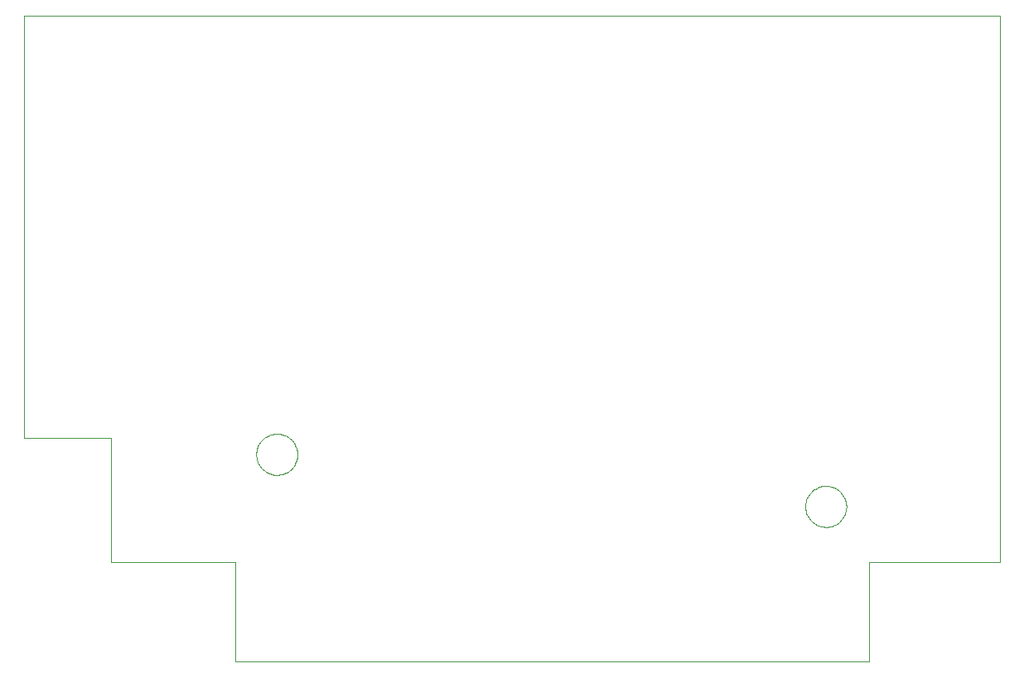
<source format=gbo>
G75*
%MOIN*%
%OFA0B0*%
%FSLAX24Y24*%
%IPPOS*%
%LPD*%
%AMOC8*
5,1,8,0,0,1.08239X$1,22.5*
%
%ADD10C,0.0000*%
D10*
X005180Y005180D02*
X010180Y005180D01*
X010180Y001180D01*
X035680Y001180D01*
X035680Y005180D01*
X040930Y005180D01*
X040930Y027180D01*
X001680Y027180D01*
X001680Y010180D01*
X005180Y010180D01*
X005180Y005180D01*
X011009Y009534D02*
X011011Y009591D01*
X011017Y009648D01*
X011027Y009704D01*
X011040Y009760D01*
X011058Y009814D01*
X011079Y009867D01*
X011104Y009918D01*
X011132Y009968D01*
X011164Y010015D01*
X011198Y010061D01*
X011236Y010103D01*
X011277Y010143D01*
X011320Y010181D01*
X011366Y010215D01*
X011414Y010245D01*
X011464Y010273D01*
X011516Y010297D01*
X011570Y010317D01*
X011624Y010333D01*
X011680Y010346D01*
X011736Y010355D01*
X011793Y010360D01*
X011850Y010361D01*
X011907Y010358D01*
X011964Y010351D01*
X012020Y010340D01*
X012075Y010326D01*
X012129Y010307D01*
X012182Y010285D01*
X012233Y010260D01*
X012282Y010230D01*
X012329Y010198D01*
X012374Y010162D01*
X012416Y010124D01*
X012455Y010082D01*
X012491Y010038D01*
X012525Y009992D01*
X012555Y009943D01*
X012581Y009893D01*
X012604Y009841D01*
X012623Y009787D01*
X012639Y009732D01*
X012651Y009676D01*
X012659Y009619D01*
X012663Y009563D01*
X012663Y009505D01*
X012659Y009449D01*
X012651Y009392D01*
X012639Y009336D01*
X012623Y009281D01*
X012604Y009227D01*
X012581Y009175D01*
X012555Y009125D01*
X012525Y009076D01*
X012491Y009030D01*
X012455Y008986D01*
X012416Y008944D01*
X012374Y008906D01*
X012329Y008870D01*
X012282Y008838D01*
X012233Y008808D01*
X012182Y008783D01*
X012129Y008761D01*
X012075Y008742D01*
X012020Y008728D01*
X011964Y008717D01*
X011907Y008710D01*
X011850Y008707D01*
X011793Y008708D01*
X011736Y008713D01*
X011680Y008722D01*
X011624Y008735D01*
X011570Y008751D01*
X011516Y008771D01*
X011464Y008795D01*
X011414Y008823D01*
X011366Y008853D01*
X011320Y008887D01*
X011277Y008925D01*
X011236Y008965D01*
X011198Y009007D01*
X011164Y009053D01*
X011132Y009100D01*
X011104Y009150D01*
X011079Y009201D01*
X011058Y009254D01*
X011040Y009308D01*
X011027Y009364D01*
X011017Y009420D01*
X011011Y009477D01*
X011009Y009534D01*
X033098Y007435D02*
X033100Y007492D01*
X033106Y007549D01*
X033116Y007605D01*
X033129Y007661D01*
X033147Y007715D01*
X033168Y007768D01*
X033193Y007819D01*
X033221Y007869D01*
X033253Y007916D01*
X033287Y007962D01*
X033325Y008004D01*
X033366Y008044D01*
X033409Y008082D01*
X033455Y008116D01*
X033503Y008146D01*
X033553Y008174D01*
X033605Y008198D01*
X033659Y008218D01*
X033713Y008234D01*
X033769Y008247D01*
X033825Y008256D01*
X033882Y008261D01*
X033939Y008262D01*
X033996Y008259D01*
X034053Y008252D01*
X034109Y008241D01*
X034164Y008227D01*
X034218Y008208D01*
X034271Y008186D01*
X034322Y008161D01*
X034371Y008131D01*
X034418Y008099D01*
X034463Y008063D01*
X034505Y008025D01*
X034544Y007983D01*
X034580Y007939D01*
X034614Y007893D01*
X034644Y007844D01*
X034670Y007794D01*
X034693Y007742D01*
X034712Y007688D01*
X034728Y007633D01*
X034740Y007577D01*
X034748Y007520D01*
X034752Y007464D01*
X034752Y007406D01*
X034748Y007350D01*
X034740Y007293D01*
X034728Y007237D01*
X034712Y007182D01*
X034693Y007128D01*
X034670Y007076D01*
X034644Y007026D01*
X034614Y006977D01*
X034580Y006931D01*
X034544Y006887D01*
X034505Y006845D01*
X034463Y006807D01*
X034418Y006771D01*
X034371Y006739D01*
X034322Y006709D01*
X034271Y006684D01*
X034218Y006662D01*
X034164Y006643D01*
X034109Y006629D01*
X034053Y006618D01*
X033996Y006611D01*
X033939Y006608D01*
X033882Y006609D01*
X033825Y006614D01*
X033769Y006623D01*
X033713Y006636D01*
X033659Y006652D01*
X033605Y006672D01*
X033553Y006696D01*
X033503Y006724D01*
X033455Y006754D01*
X033409Y006788D01*
X033366Y006826D01*
X033325Y006866D01*
X033287Y006908D01*
X033253Y006954D01*
X033221Y007001D01*
X033193Y007051D01*
X033168Y007102D01*
X033147Y007155D01*
X033129Y007209D01*
X033116Y007265D01*
X033106Y007321D01*
X033100Y007378D01*
X033098Y007435D01*
M02*

</source>
